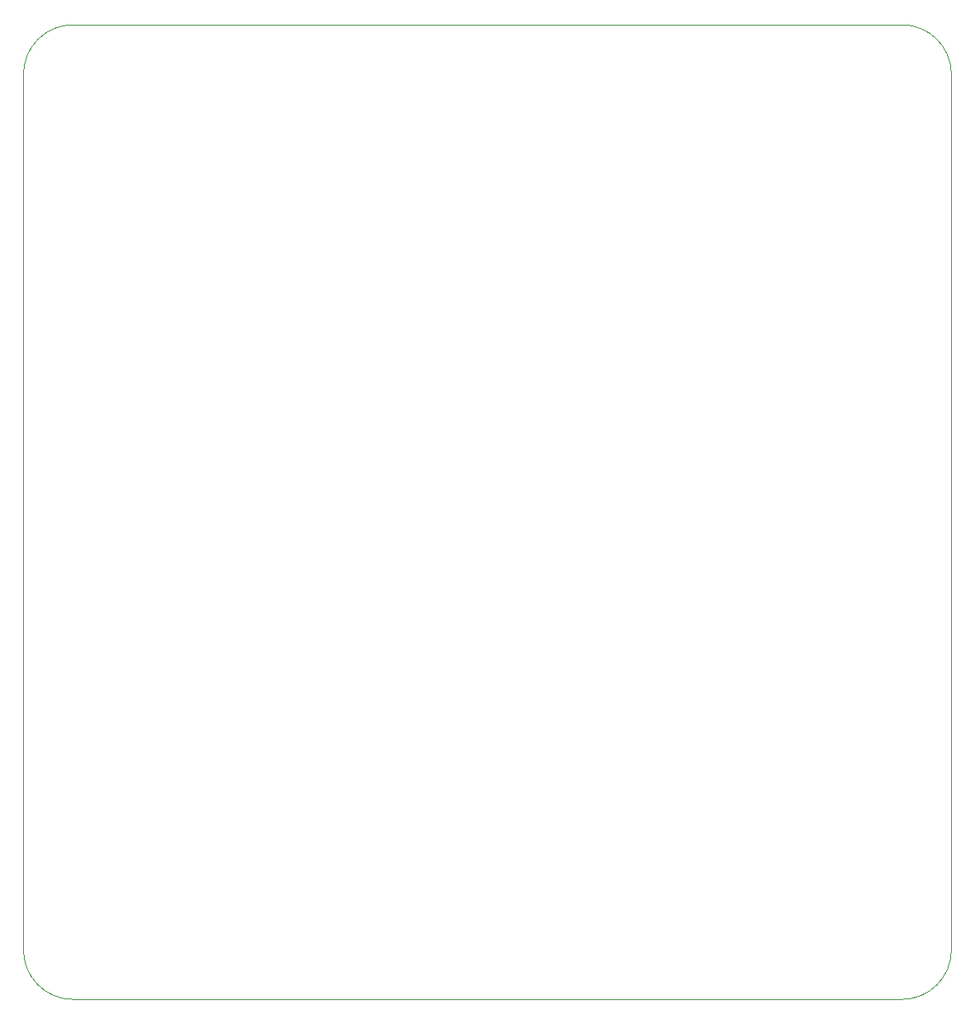
<source format=gbr>
%TF.GenerationSoftware,KiCad,Pcbnew,8.0.3*%
%TF.CreationDate,2025-03-24T17:59:13+09:00*%
%TF.ProjectId,small_keyboard_v2_1,736d616c-6c5f-46b6-9579-626f6172645f,rev?*%
%TF.SameCoordinates,Original*%
%TF.FileFunction,Profile,NP*%
%FSLAX46Y46*%
G04 Gerber Fmt 4.6, Leading zero omitted, Abs format (unit mm)*
G04 Created by KiCad (PCBNEW 8.0.3) date 2025-03-24 17:59:13*
%MOMM*%
%LPD*%
G01*
G04 APERTURE LIST*
%TA.AperFunction,Profile*%
%ADD10C,0.050000*%
%TD*%
G04 APERTURE END LIST*
D10*
X37460000Y-190670000D02*
G75*
G02*
X32380000Y-185590000I0J5080000D01*
G01*
X122550000Y-90670000D02*
X37460000Y-90670000D01*
X127630000Y-185590000D02*
G75*
G02*
X122550000Y-190670000I-5080000J0D01*
G01*
X32380000Y-185590000D02*
X32380000Y-95750000D01*
X32380000Y-95750000D02*
G75*
G02*
X37460000Y-90670000I5080000J0D01*
G01*
X127630000Y-185590000D02*
X127630000Y-95750000D01*
X122550000Y-90670000D02*
G75*
G02*
X127630000Y-95750000I0J-5080000D01*
G01*
X122550000Y-190670000D02*
X37460000Y-190670000D01*
M02*

</source>
